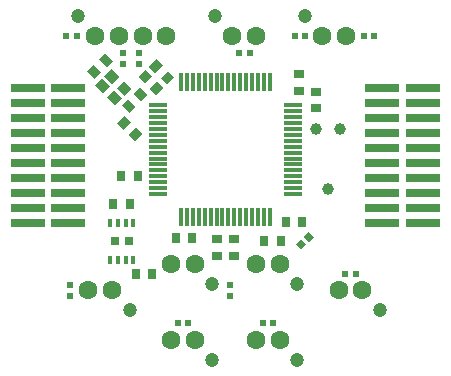
<source format=gts>
G04 #@! TF.FileFunction,Soldermask,Top*
%FSLAX46Y46*%
G04 Gerber Fmt 4.6, Leading zero omitted, Abs format (unit mm)*
G04 Created by KiCad (PCBNEW 4.0.2+e4-6225~38~ubuntu14.04.1-stable) date Tue 28 Jun 2016 16:45:29 BST*
%MOMM*%
G01*
G04 APERTURE LIST*
%ADD10C,0.100000*%
%ADD11C,1.200000*%
%ADD12C,1.600000*%
%ADD13R,1.500000X0.300000*%
%ADD14R,0.300000X1.500000*%
%ADD15R,0.750000X0.900000*%
%ADD16R,0.350000X0.650000*%
%ADD17R,0.802000X0.802000*%
%ADD18R,2.920000X0.740000*%
%ADD19C,1.000000*%
%ADD20R,0.900000X0.750000*%
%ADD21R,0.620000X0.620000*%
G04 APERTURE END LIST*
D10*
D11*
X87500000Y-88200000D03*
D12*
X89000000Y-89900000D03*
X91000000Y-89900000D03*
X93000000Y-89900000D03*
X95000000Y-89900000D03*
D13*
X94300000Y-95750000D03*
X94300000Y-96250000D03*
X94300000Y-96750000D03*
X94300000Y-97250000D03*
X94300000Y-97750000D03*
X94300000Y-98250000D03*
X94300000Y-98750000D03*
X94300000Y-99250000D03*
X94300000Y-99750000D03*
X94300000Y-100250000D03*
X94300000Y-100750000D03*
X94300000Y-101250000D03*
X94300000Y-101750000D03*
X94300000Y-102250000D03*
X94300000Y-102750000D03*
X94300000Y-103250000D03*
D14*
X96250000Y-105200000D03*
X96750000Y-105200000D03*
X97250000Y-105200000D03*
X97750000Y-105200000D03*
X98250000Y-105200000D03*
X98750000Y-105200000D03*
X99250000Y-105200000D03*
X99750000Y-105200000D03*
X100250000Y-105200000D03*
X100750000Y-105200000D03*
X101250000Y-105200000D03*
X101750000Y-105200000D03*
X102250000Y-105200000D03*
X102750000Y-105200000D03*
X103250000Y-105200000D03*
X103750000Y-105200000D03*
D13*
X105700000Y-103250000D03*
X105700000Y-102750000D03*
X105700000Y-102250000D03*
X105700000Y-101750000D03*
X105700000Y-101250000D03*
X105700000Y-100750000D03*
X105700000Y-100250000D03*
X105700000Y-99750000D03*
X105700000Y-99250000D03*
X105700000Y-98750000D03*
X105700000Y-98250000D03*
X105700000Y-97750000D03*
X105700000Y-97250000D03*
X105700000Y-96750000D03*
X105700000Y-96250000D03*
X105700000Y-95750000D03*
D14*
X103750000Y-93800000D03*
X103250000Y-93800000D03*
X102750000Y-93800000D03*
X102250000Y-93800000D03*
X101750000Y-93800000D03*
X101250000Y-93800000D03*
X100750000Y-93800000D03*
X100250000Y-93800000D03*
X99750000Y-93800000D03*
X99250000Y-93800000D03*
X98750000Y-93800000D03*
X98250000Y-93800000D03*
X97750000Y-93800000D03*
X97250000Y-93800000D03*
X96750000Y-93800000D03*
X96250000Y-93800000D03*
D15*
X91900000Y-104100000D03*
X90500000Y-104100000D03*
D16*
X90250000Y-108800000D03*
X90900000Y-108800000D03*
X91550000Y-108800000D03*
X92200000Y-108800000D03*
X92200000Y-105700000D03*
X91550000Y-105700000D03*
X90900000Y-105700000D03*
X90250000Y-105700000D03*
D17*
X90625000Y-107250000D03*
X91825000Y-107250000D03*
D18*
X83285000Y-94285000D03*
X86715000Y-94285000D03*
X83285000Y-95555000D03*
X86715000Y-95555000D03*
X83285000Y-96825000D03*
X86715000Y-96825000D03*
X83285000Y-98095000D03*
X86715000Y-98095000D03*
X83285000Y-99365000D03*
X86715000Y-99365000D03*
X83285000Y-100635000D03*
X86715000Y-100635000D03*
X83285000Y-101905000D03*
X86715000Y-101905000D03*
X83285000Y-103175000D03*
X86715000Y-103175000D03*
X83285000Y-104445000D03*
X86715000Y-104445000D03*
X83285000Y-105715000D03*
X86715000Y-105715000D03*
X113285000Y-94285000D03*
X116715000Y-94285000D03*
X113285000Y-95555000D03*
X116715000Y-95555000D03*
X113285000Y-96825000D03*
X116715000Y-96825000D03*
X113285000Y-98095000D03*
X116715000Y-98095000D03*
X113285000Y-99365000D03*
X116715000Y-99365000D03*
X113285000Y-100635000D03*
X116715000Y-100635000D03*
X113285000Y-101905000D03*
X116715000Y-101905000D03*
X113285000Y-103175000D03*
X116715000Y-103175000D03*
X113285000Y-104445000D03*
X116715000Y-104445000D03*
X113285000Y-105715000D03*
X116715000Y-105715000D03*
D11*
X91900000Y-113100000D03*
D12*
X90400000Y-111400000D03*
X88400000Y-111400000D03*
D11*
X106100000Y-117300000D03*
D12*
X104600000Y-115600000D03*
X102600000Y-115600000D03*
D11*
X106700000Y-88200000D03*
D12*
X108200000Y-89900000D03*
X110200000Y-89900000D03*
D11*
X98900000Y-117300000D03*
D12*
X97400000Y-115600000D03*
X95400000Y-115600000D03*
D11*
X113100000Y-113100000D03*
D12*
X111600000Y-111400000D03*
X109600000Y-111400000D03*
D11*
X99100000Y-88200000D03*
D12*
X100600000Y-89900000D03*
X102600000Y-89900000D03*
D11*
X98900000Y-110900000D03*
D12*
X97400000Y-109200000D03*
X95400000Y-109200000D03*
D11*
X106100000Y-110900000D03*
D12*
X104600000Y-109200000D03*
X102600000Y-109200000D03*
D19*
X108695000Y-102840000D03*
X107679000Y-97760000D03*
X109711000Y-97760000D03*
D10*
G36*
X88944365Y-94058579D02*
X89545406Y-93457538D01*
X90217157Y-94129289D01*
X89616116Y-94730330D01*
X88944365Y-94058579D01*
X88944365Y-94058579D01*
G37*
G36*
X89969670Y-95083884D02*
X90570711Y-94482843D01*
X91242462Y-95154594D01*
X90641421Y-95755635D01*
X89969670Y-95083884D01*
X89969670Y-95083884D01*
G37*
G36*
X90782843Y-94270711D02*
X91383884Y-93669670D01*
X92055635Y-94341421D01*
X91454594Y-94942462D01*
X90782843Y-94270711D01*
X90782843Y-94270711D01*
G37*
G36*
X89757538Y-93245406D02*
X90358579Y-92644365D01*
X91030330Y-93316116D01*
X90429289Y-93917157D01*
X89757538Y-93245406D01*
X89757538Y-93245406D01*
G37*
D15*
X105100000Y-105600000D03*
X106500000Y-105600000D03*
D10*
G36*
X94778338Y-94241942D02*
X94141942Y-94878338D01*
X93611612Y-94348008D01*
X94248008Y-93711612D01*
X94778338Y-94241942D01*
X94778338Y-94241942D01*
G37*
G36*
X93788388Y-93251992D02*
X93151992Y-93888388D01*
X92621662Y-93358058D01*
X93258058Y-92721662D01*
X93788388Y-93251992D01*
X93788388Y-93251992D01*
G37*
G36*
X95678338Y-93341942D02*
X95041942Y-93978338D01*
X94511612Y-93448008D01*
X95148008Y-92811612D01*
X95678338Y-93341942D01*
X95678338Y-93341942D01*
G37*
G36*
X94688388Y-92351992D02*
X94051992Y-92988388D01*
X93521662Y-92458058D01*
X94158058Y-91821662D01*
X94688388Y-92351992D01*
X94688388Y-92351992D01*
G37*
D15*
X97200000Y-107000000D03*
X95800000Y-107000000D03*
D20*
X106200000Y-94500000D03*
X106200000Y-93100000D03*
D15*
X92600000Y-101700000D03*
X91200000Y-101700000D03*
D20*
X107700000Y-94600000D03*
X107700000Y-96000000D03*
D15*
X104700000Y-107200000D03*
X103300000Y-107200000D03*
X92400000Y-110000000D03*
X93800000Y-110000000D03*
D10*
G36*
X89841942Y-91321662D02*
X90478338Y-91958058D01*
X89948008Y-92488388D01*
X89311612Y-91851992D01*
X89841942Y-91321662D01*
X89841942Y-91321662D01*
G37*
G36*
X88851992Y-92311612D02*
X89488388Y-92948008D01*
X88958058Y-93478338D01*
X88321662Y-92841942D01*
X88851992Y-92311612D01*
X88851992Y-92311612D01*
G37*
G36*
X92741942Y-94221662D02*
X93378338Y-94858058D01*
X92848008Y-95388388D01*
X92211612Y-94751992D01*
X92741942Y-94221662D01*
X92741942Y-94221662D01*
G37*
G36*
X91751992Y-95211612D02*
X92388388Y-95848008D01*
X91858058Y-96378338D01*
X91221662Y-95741942D01*
X91751992Y-95211612D01*
X91751992Y-95211612D01*
G37*
D20*
X100750000Y-108500000D03*
X100750000Y-107100000D03*
X99250000Y-108500000D03*
X99250000Y-107100000D03*
D10*
G36*
X90821662Y-97258058D02*
X91458058Y-96621662D01*
X91988388Y-97151992D01*
X91351992Y-97788388D01*
X90821662Y-97258058D01*
X90821662Y-97258058D01*
G37*
G36*
X91811612Y-98248008D02*
X92448008Y-97611612D01*
X92978338Y-98141942D01*
X92341942Y-98778338D01*
X91811612Y-98248008D01*
X91811612Y-98248008D01*
G37*
D21*
X86800000Y-111850000D03*
X86800000Y-110950000D03*
X96850000Y-114200000D03*
X95950000Y-114200000D03*
X104055000Y-114200000D03*
X103155000Y-114200000D03*
X111050000Y-110000000D03*
X110150000Y-110000000D03*
X92700000Y-91300000D03*
X92700000Y-92200000D03*
X91300000Y-91300000D03*
X91300000Y-92200000D03*
X87400000Y-89900000D03*
X86500000Y-89900000D03*
X101150000Y-91350000D03*
X102050000Y-91350000D03*
D10*
G36*
X106400000Y-107938406D02*
X105961594Y-107500000D01*
X106400000Y-107061594D01*
X106838406Y-107500000D01*
X106400000Y-107938406D01*
X106400000Y-107938406D01*
G37*
G36*
X107036396Y-107302010D02*
X106597990Y-106863604D01*
X107036396Y-106425198D01*
X107474802Y-106863604D01*
X107036396Y-107302010D01*
X107036396Y-107302010D01*
G37*
D21*
X100400000Y-111850000D03*
X100400000Y-110950000D03*
X111700000Y-89900000D03*
X112600000Y-89900000D03*
X106750000Y-89900000D03*
X105850000Y-89900000D03*
M02*

</source>
